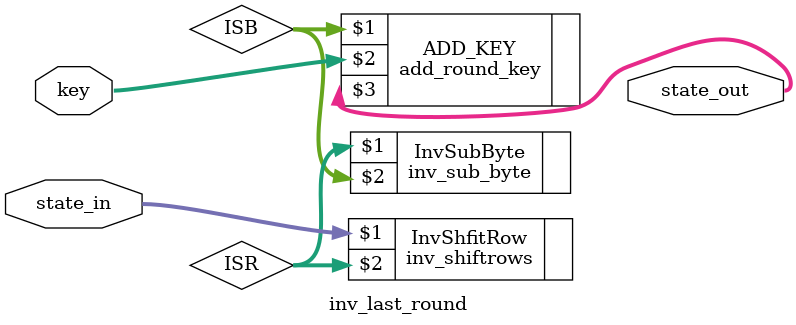
<source format=v>
module inv_last_round(state_in,state_out,key);
	input [127:0]state_in;
	input [127:0]key;
	output [127:0]state_out;
	
	wire [127:0]ISR; //output of Inverse Shift Rows
	wire [127:0] ISB; //output of Inverse Sub byte
	
	inv_shiftrows InvShfitRow(state_in, ISR);
	inv_sub_byte  InvSubByte(ISR,ISB);
	add_round_key ADD_KEY(ISB,key,state_out);
	
endmodule 
</source>
